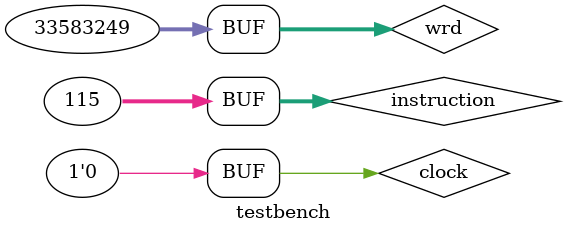
<source format=v>
module testbench;

reg clock;
reg [31:0] instruction;
reg [31:0] wrd;
wire[4:0] rd;
wire [4:0] rs1;
wire [4:0] rs2;

regfile register(clock, instruction, wrd, rs1, rs2);

initial begin
	$monitor($time, ": %d", clock);
	instruction = 32'h00500513;
	wrd = 32'h00000046;
	clock = 1;
	#10;
	clock = 0;
	#10
	instruction = 32'h00500593;
	wrd = 32'h0000123a;
	clock = 1;
	#10;
	clock = 0;
	#10;
	instruction = 32'h00b50633;
	clock = 0;
	#10;
	instruction = 32'h00000533;
	wrd = 32'h02007091;
	clock = 1;
	#10;
	instruction = 32'h00000073;
	clock = 0;

end

endmodule
</source>
